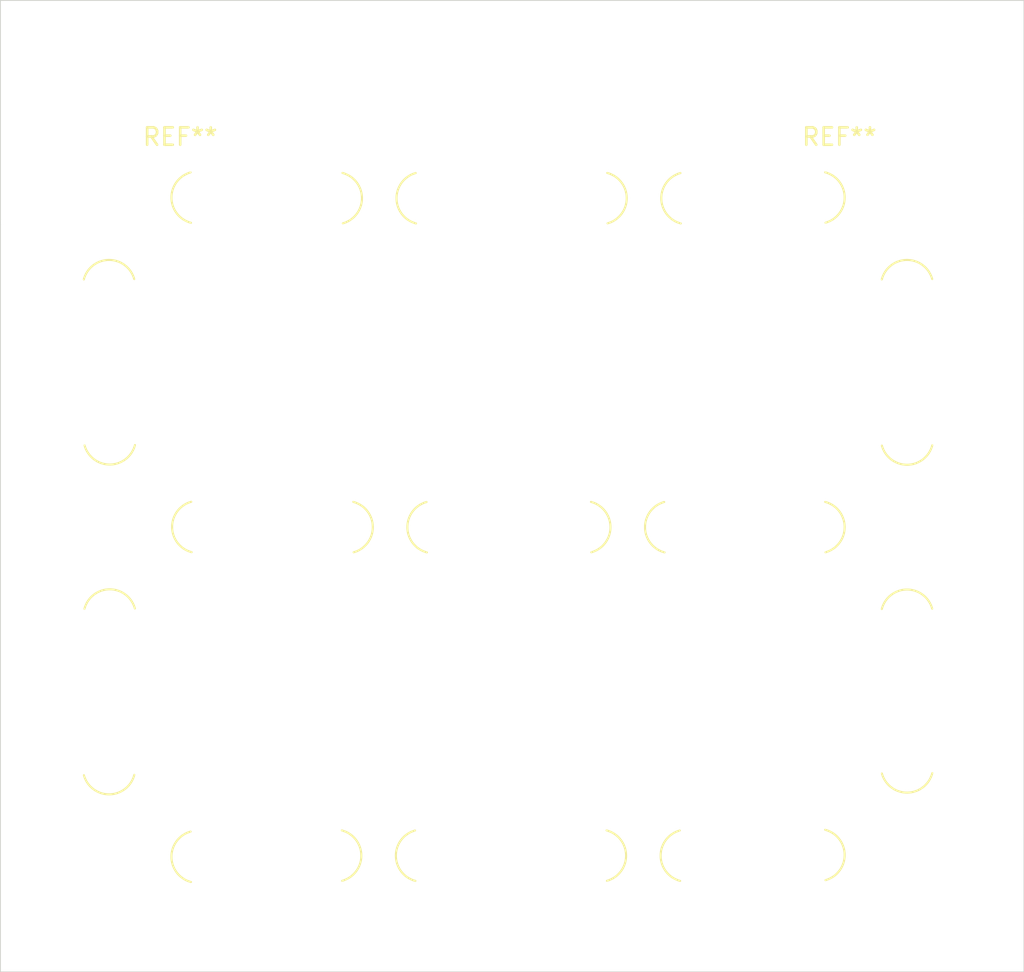
<source format=kicad_pcb>
(kicad_pcb (version 20171130) (host pcbnew "(5.1.9)-1")

  (general
    (thickness 1.6)
    (drawings 46)
    (tracks 0)
    (zones 0)
    (modules 44)
    (nets 1)
  )

  (page A4)
  (layers
    (0 F.Cu signal)
    (31 B.Cu signal)
    (32 B.Adhes user)
    (33 F.Adhes user)
    (34 B.Paste user)
    (35 F.Paste user)
    (36 B.SilkS user)
    (37 F.SilkS user)
    (38 B.Mask user)
    (39 F.Mask user)
    (40 Dwgs.User user)
    (41 Cmts.User user)
    (42 Eco1.User user)
    (43 Eco2.User user)
    (44 Edge.Cuts user)
    (45 Margin user)
    (46 B.CrtYd user)
    (47 F.CrtYd user)
    (48 B.Fab user)
    (49 F.Fab user)
  )

  (setup
    (last_trace_width 0.25)
    (user_trace_width 0.1524)
    (user_trace_width 0.2032)
    (user_trace_width 0.3048)
    (user_trace_width 0.4572)
    (user_trace_width 0.1524)
    (user_trace_width 0.2032)
    (user_trace_width 0.3048)
    (user_trace_width 0.4572)
    (trace_clearance 0.2)
    (zone_clearance 0.508)
    (zone_45_only no)
    (trace_min 0.127)
    (via_size 0.8)
    (via_drill 0.4)
    (via_min_size 0.45)
    (via_min_drill 0.2)
    (user_via 0.45 0.2)
    (user_via 0.45 0.2)
    (uvia_size 0.3)
    (uvia_drill 0.1)
    (uvias_allowed no)
    (uvia_min_size 0.2)
    (uvia_min_drill 0.1)
    (edge_width 0.05)
    (segment_width 0.2)
    (pcb_text_width 0.3)
    (pcb_text_size 1.5 1.5)
    (mod_edge_width 0.12)
    (mod_text_size 1 1)
    (mod_text_width 0.15)
    (pad_size 0.59 0.64)
    (pad_drill 0)
    (pad_to_mask_clearance 0.051)
    (solder_mask_min_width 0.25)
    (aux_axis_origin 147.6375 82.042)
    (grid_origin 147.6375 80.137)
    (visible_elements 7FFFFF9F)
    (pcbplotparams
      (layerselection 0x310fc_ffffffff)
      (usegerberextensions false)
      (usegerberattributes false)
      (usegerberadvancedattributes false)
      (creategerberjobfile false)
      (excludeedgelayer true)
      (linewidth 0.100000)
      (plotframeref false)
      (viasonmask false)
      (mode 1)
      (useauxorigin false)
      (hpglpennumber 1)
      (hpglpenspeed 20)
      (hpglpendiameter 15.000000)
      (psnegative false)
      (psa4output false)
      (plotreference true)
      (plotvalue true)
      (plotinvisibletext false)
      (padsonsilk false)
      (subtractmaskfromsilk false)
      (outputformat 1)
      (mirror false)
      (drillshape 0)
      (scaleselection 1)
      (outputdirectory "gerbers"))
  )

  (net 0 "")

  (net_class Default "This is the default net class."
    (clearance 0.2)
    (trace_width 0.25)
    (via_dia 0.8)
    (via_drill 0.4)
    (uvia_dia 0.3)
    (uvia_drill 0.1)
  )

  (module Panelization:0.5mm-NPTH-Drill (layer F.Cu) (tedit 5E4C20B0) (tstamp 609FA6AA)
    (at 158.3375 97.137 180)
    (fp_text reference REF** (at 0 1) (layer F.SilkS) hide
      (effects (font (size 1 1) (thickness 0.15)))
    )
    (fp_text value 0.5mm-NPTH-Drill (at 0 -1) (layer F.Fab) hide
      (effects (font (size 1 1) (thickness 0.15)))
    )
    (pad "" np_thru_hole circle (at 0 0 180) (size 0.5 0.5) (drill 0.5) (layers *.Cu *.Mask))
  )

  (module Panelization:0.5mm-NPTH-Drill (layer F.Cu) (tedit 5E4C20B0) (tstamp 609FA6A6)
    (at 157.6375 97.137 180)
    (fp_text reference REF** (at 0 1) (layer F.SilkS) hide
      (effects (font (size 1 1) (thickness 0.15)))
    )
    (fp_text value 0.5mm-NPTH-Drill (at 0 -1) (layer F.Fab) hide
      (effects (font (size 1 1) (thickness 0.15)))
    )
    (pad "" np_thru_hole circle (at 0 0 180) (size 0.5 0.5) (drill 0.5) (layers *.Cu *.Mask))
  )

  (module Panelization:0.5mm-NPTH-Drill (layer F.Cu) (tedit 5E4C20B0) (tstamp 609FA6B6)
    (at 154.9375 97.137 180)
    (fp_text reference REF** (at 0 1) (layer F.SilkS) hide
      (effects (font (size 1 1) (thickness 0.15)))
    )
    (fp_text value 0.5mm-NPTH-Drill (at 0 -1) (layer F.Fab) hide
      (effects (font (size 1 1) (thickness 0.15)))
    )
    (pad "" np_thru_hole circle (at 0 0 180) (size 0.5 0.5) (drill 0.5) (layers *.Cu *.Mask))
  )

  (module Panelization:0.5mm-NPTH-Drill (layer F.Cu) (tedit 5E4C20B0) (tstamp 609FA6B2)
    (at 156.3 97.1 180)
    (fp_text reference REF** (at 0 1) (layer F.SilkS) hide
      (effects (font (size 1 1) (thickness 0.15)))
    )
    (fp_text value 0.5mm-NPTH-Drill (at 0 -1) (layer F.Fab) hide
      (effects (font (size 1 1) (thickness 0.15)))
    )
    (pad "" np_thru_hole circle (at 0 0 180) (size 0.5 0.5) (drill 0.5) (layers *.Cu *.Mask))
  )

  (module Panelization:0.5mm-NPTH-Drill (layer F.Cu) (tedit 5E4C20B0) (tstamp 609FA6AE)
    (at 157 97.1 180)
    (fp_text reference REF** (at 0 1) (layer F.SilkS) hide
      (effects (font (size 1 1) (thickness 0.15)))
    )
    (fp_text value 0.5mm-NPTH-Drill (at 0 -1) (layer F.Fab) hide
      (effects (font (size 1 1) (thickness 0.15)))
    )
    (pad "" np_thru_hole circle (at 0 0 180) (size 0.5 0.5) (drill 0.5) (layers *.Cu *.Mask))
  )

  (module Panelization:0.5mm-NPTH-Drill (layer F.Cu) (tedit 5E4C20B0) (tstamp 609FA6AA)
    (at 154.2375 97.137 180)
    (fp_text reference REF** (at 0 1) (layer F.SilkS) hide
      (effects (font (size 1 1) (thickness 0.15)))
    )
    (fp_text value 0.5mm-NPTH-Drill (at 0 -1) (layer F.Fab) hide
      (effects (font (size 1 1) (thickness 0.15)))
    )
    (pad "" np_thru_hole circle (at 0 0 180) (size 0.5 0.5) (drill 0.5) (layers *.Cu *.Mask))
  )

  (module Panelization:0.5mm-NPTH-Drill (layer F.Cu) (tedit 5E4C20B0) (tstamp 609FA6A6)
    (at 153.5375 97.137 180)
    (fp_text reference REF** (at 0 1) (layer F.SilkS) hide
      (effects (font (size 1 1) (thickness 0.15)))
    )
    (fp_text value 0.5mm-NPTH-Drill (at 0 -1) (layer F.Fab) hide
      (effects (font (size 1 1) (thickness 0.15)))
    )
    (pad "" np_thru_hole circle (at 0 0 180) (size 0.5 0.5) (drill 0.5) (layers *.Cu *.Mask))
  )

  (module Panelization:0.5mm-NPTH-Drill (layer F.Cu) (tedit 5E4C20B0) (tstamp 609FA6A2)
    (at 155.6 97.1 180)
    (fp_text reference REF** (at 0 1) (layer F.SilkS) hide
      (effects (font (size 1 1) (thickness 0.15)))
    )
    (fp_text value 0.5mm-NPTH-Drill (at 0 -1) (layer F.Fab) hide
      (effects (font (size 1 1) (thickness 0.15)))
    )
    (pad "" np_thru_hole circle (at 0 0 180) (size 0.5 0.5) (drill 0.5) (layers *.Cu *.Mask))
  )

  (module Panelization:0.5mm-NPTH-Drill (layer F.Cu) (tedit 5E4C20B0) (tstamp 609FA6AA)
    (at 158.3375 61.737 180)
    (fp_text reference REF** (at 0 1) (layer F.SilkS) hide
      (effects (font (size 1 1) (thickness 0.15)))
    )
    (fp_text value 0.5mm-NPTH-Drill (at 0 -1) (layer F.Fab) hide
      (effects (font (size 1 1) (thickness 0.15)))
    )
    (pad "" np_thru_hole circle (at 0 0 180) (size 0.5 0.5) (drill 0.5) (layers *.Cu *.Mask))
  )

  (module Panelization:0.5mm-NPTH-Drill (layer F.Cu) (tedit 5E4C20B0) (tstamp 609FA6A6)
    (at 157.6375 61.737 180)
    (fp_text reference REF** (at 0 1) (layer F.SilkS) hide
      (effects (font (size 1 1) (thickness 0.15)))
    )
    (fp_text value 0.5mm-NPTH-Drill (at 0 -1) (layer F.Fab) hide
      (effects (font (size 1 1) (thickness 0.15)))
    )
    (pad "" np_thru_hole circle (at 0 0 180) (size 0.5 0.5) (drill 0.5) (layers *.Cu *.Mask))
  )

  (module Panelization:0.5mm-NPTH-Drill (layer F.Cu) (tedit 5E4C20B0) (tstamp 609FA6B6)
    (at 154.9375 61.837 180)
    (fp_text reference REF** (at 0 1) (layer F.SilkS) hide
      (effects (font (size 1 1) (thickness 0.15)))
    )
    (fp_text value 0.5mm-NPTH-Drill (at 0 -1) (layer F.Fab) hide
      (effects (font (size 1 1) (thickness 0.15)))
    )
    (pad "" np_thru_hole circle (at 0 0 180) (size 0.5 0.5) (drill 0.5) (layers *.Cu *.Mask))
  )

  (module Panelization:0.5mm-NPTH-Drill (layer F.Cu) (tedit 5E4C20B0) (tstamp 609FA6B2)
    (at 156.3 61.8 180)
    (fp_text reference REF** (at 0 1) (layer F.SilkS) hide
      (effects (font (size 1 1) (thickness 0.15)))
    )
    (fp_text value 0.5mm-NPTH-Drill (at 0 -1) (layer F.Fab) hide
      (effects (font (size 1 1) (thickness 0.15)))
    )
    (pad "" np_thru_hole circle (at 0 0 180) (size 0.5 0.5) (drill 0.5) (layers *.Cu *.Mask))
  )

  (module Panelization:0.5mm-NPTH-Drill (layer F.Cu) (tedit 5E4C20B0) (tstamp 609FA6AE)
    (at 157 61.8 180)
    (fp_text reference REF** (at 0 1) (layer F.SilkS) hide
      (effects (font (size 1 1) (thickness 0.15)))
    )
    (fp_text value 0.5mm-NPTH-Drill (at 0 -1) (layer F.Fab) hide
      (effects (font (size 1 1) (thickness 0.15)))
    )
    (pad "" np_thru_hole circle (at 0 0 180) (size 0.5 0.5) (drill 0.5) (layers *.Cu *.Mask))
  )

  (module Panelization:0.5mm-NPTH-Drill (layer F.Cu) (tedit 5E4C20B0) (tstamp 609FA6AA)
    (at 154.2375 61.837 180)
    (fp_text reference REF** (at 0 1) (layer F.SilkS) hide
      (effects (font (size 1 1) (thickness 0.15)))
    )
    (fp_text value 0.5mm-NPTH-Drill (at 0 -1) (layer F.Fab) hide
      (effects (font (size 1 1) (thickness 0.15)))
    )
    (pad "" np_thru_hole circle (at 0 0 180) (size 0.5 0.5) (drill 0.5) (layers *.Cu *.Mask))
  )

  (module Panelization:0.5mm-NPTH-Drill (layer F.Cu) (tedit 5E4C20B0) (tstamp 609FA6A6)
    (at 153.5375 61.837 180)
    (fp_text reference REF** (at 0 1) (layer F.SilkS) hide
      (effects (font (size 1 1) (thickness 0.15)))
    )
    (fp_text value 0.5mm-NPTH-Drill (at 0 -1) (layer F.Fab) hide
      (effects (font (size 1 1) (thickness 0.15)))
    )
    (pad "" np_thru_hole circle (at 0 0 180) (size 0.5 0.5) (drill 0.5) (layers *.Cu *.Mask))
  )

  (module Panelization:0.5mm-NPTH-Drill (layer F.Cu) (tedit 5E4C20B0) (tstamp 609FA6A2)
    (at 155.6 61.8 180)
    (fp_text reference REF** (at 0 1) (layer F.SilkS) hide
      (effects (font (size 1 1) (thickness 0.15)))
    )
    (fp_text value 0.5mm-NPTH-Drill (at 0 -1) (layer F.Fab) hide
      (effects (font (size 1 1) (thickness 0.15)))
    )
    (pad "" np_thru_hole circle (at 0 0 180) (size 0.5 0.5) (drill 0.5) (layers *.Cu *.Mask))
  )

  (module Panelization:0.5mm-NPTH-Drill (layer F.Cu) (tedit 5E4C20B0) (tstamp 609FA6A6)
    (at 100.2375 97.237)
    (fp_text reference REF** (at 0 1) (layer F.SilkS) hide
      (effects (font (size 1 1) (thickness 0.15)))
    )
    (fp_text value 0.5mm-NPTH-Drill (at 0 -1) (layer F.Fab) hide
      (effects (font (size 1 1) (thickness 0.15)))
    )
    (pad "" np_thru_hole circle (at 0 0) (size 0.5 0.5) (drill 0.5) (layers *.Cu *.Mask))
  )

  (module Panelization:0.5mm-NPTH-Drill (layer F.Cu) (tedit 5E4C20B0) (tstamp 609FA6B6)
    (at 102.9375 97.237)
    (fp_text reference REF** (at 0 1) (layer F.SilkS) hide
      (effects (font (size 1 1) (thickness 0.15)))
    )
    (fp_text value 0.5mm-NPTH-Drill (at 0 -1) (layer F.Fab) hide
      (effects (font (size 1 1) (thickness 0.15)))
    )
    (pad "" np_thru_hole circle (at 0 0) (size 0.5 0.5) (drill 0.5) (layers *.Cu *.Mask))
  )

  (module Panelization:0.5mm-NPTH-Drill (layer F.Cu) (tedit 5E4C20B0) (tstamp 609FA6B2)
    (at 101.575 97.274)
    (fp_text reference REF** (at 0 1) (layer F.SilkS) hide
      (effects (font (size 1 1) (thickness 0.15)))
    )
    (fp_text value 0.5mm-NPTH-Drill (at 0 -1) (layer F.Fab) hide
      (effects (font (size 1 1) (thickness 0.15)))
    )
    (pad "" np_thru_hole circle (at 0 0) (size 0.5 0.5) (drill 0.5) (layers *.Cu *.Mask))
  )

  (module Panelization:0.5mm-NPTH-Drill (layer F.Cu) (tedit 5E4C20B0) (tstamp 609FA6AE)
    (at 100.875 97.274)
    (fp_text reference REF** (at 0 1) (layer F.SilkS) hide
      (effects (font (size 1 1) (thickness 0.15)))
    )
    (fp_text value 0.5mm-NPTH-Drill (at 0 -1) (layer F.Fab) hide
      (effects (font (size 1 1) (thickness 0.15)))
    )
    (pad "" np_thru_hole circle (at 0 0) (size 0.5 0.5) (drill 0.5) (layers *.Cu *.Mask))
  )

  (module Panelization:0.5mm-NPTH-Drill (layer F.Cu) (tedit 5E4C20B0) (tstamp 609FA6AA)
    (at 103.6375 97.237)
    (fp_text reference REF** (at 0 1) (layer F.SilkS) hide
      (effects (font (size 1 1) (thickness 0.15)))
    )
    (fp_text value 0.5mm-NPTH-Drill (at 0 -1) (layer F.Fab) hide
      (effects (font (size 1 1) (thickness 0.15)))
    )
    (pad "" np_thru_hole circle (at 0 0) (size 0.5 0.5) (drill 0.5) (layers *.Cu *.Mask))
  )

  (module Panelization:0.5mm-NPTH-Drill (layer F.Cu) (tedit 5E4C20B0) (tstamp 609FA6A6)
    (at 104.3375 97.237)
    (fp_text reference REF** (at 0 1) (layer F.SilkS) hide
      (effects (font (size 1 1) (thickness 0.15)))
    )
    (fp_text value 0.5mm-NPTH-Drill (at 0 -1) (layer F.Fab) hide
      (effects (font (size 1 1) (thickness 0.15)))
    )
    (pad "" np_thru_hole circle (at 0 0) (size 0.5 0.5) (drill 0.5) (layers *.Cu *.Mask))
  )

  (module Panelization:0.5mm-NPTH-Drill (layer F.Cu) (tedit 5E4C20B0) (tstamp 609FA6A2)
    (at 102.275 97.274)
    (fp_text reference REF** (at 0 1) (layer F.SilkS) hide
      (effects (font (size 1 1) (thickness 0.15)))
    )
    (fp_text value 0.5mm-NPTH-Drill (at 0 -1) (layer F.Fab) hide
      (effects (font (size 1 1) (thickness 0.15)))
    )
    (pad "" np_thru_hole circle (at 0 0) (size 0.5 0.5) (drill 0.5) (layers *.Cu *.Mask))
  )

  (module Panelization:0.5mm-NPTH-Drill (layer F.Cu) (tedit 5E4C20B0) (tstamp 609FA6A1)
    (at 100 61.9)
    (fp_text reference REF** (at 0 1) (layer F.SilkS) hide
      (effects (font (size 1 1) (thickness 0.15)))
    )
    (fp_text value 0.5mm-NPTH-Drill (at 0 -1) (layer F.Fab) hide
      (effects (font (size 1 1) (thickness 0.15)))
    )
    (pad "" np_thru_hole circle (at 0 0) (size 0.5 0.5) (drill 0.5) (layers *.Cu *.Mask))
  )

  (module Panelization:0.5mm-NPTH-Drill (layer F.Cu) (tedit 5E4C20B0) (tstamp 609FA676)
    (at 100.7375 61.837)
    (fp_text reference REF** (at 0 1) (layer F.SilkS) hide
      (effects (font (size 1 1) (thickness 0.15)))
    )
    (fp_text value 0.5mm-NPTH-Drill (at 0 -1) (layer F.Fab) hide
      (effects (font (size 1 1) (thickness 0.15)))
    )
    (pad "" np_thru_hole circle (at 0 0) (size 0.5 0.5) (drill 0.5) (layers *.Cu *.Mask))
  )

  (module Panelization:0.5mm-NPTH-Drill (layer F.Cu) (tedit 5E4C20B0) (tstamp 609FA672)
    (at 101.4375 61.837)
    (fp_text reference REF** (at 0 1) (layer F.SilkS) hide
      (effects (font (size 1 1) (thickness 0.15)))
    )
    (fp_text value 0.5mm-NPTH-Drill (at 0 -1) (layer F.Fab) hide
      (effects (font (size 1 1) (thickness 0.15)))
    )
    (pad "" np_thru_hole circle (at 0 0) (size 0.5 0.5) (drill 0.5) (layers *.Cu *.Mask))
  )

  (module Panelization:0.5mm-NPTH-Drill (layer F.Cu) (tedit 5E4C20B0) (tstamp 609FA66E)
    (at 102.1375 61.837)
    (fp_text reference REF** (at 0 1) (layer F.SilkS) hide
      (effects (font (size 1 1) (thickness 0.15)))
    )
    (fp_text value 0.5mm-NPTH-Drill (at 0 -1) (layer F.Fab) hide
      (effects (font (size 1 1) (thickness 0.15)))
    )
    (pad "" np_thru_hole circle (at 0 0) (size 0.5 0.5) (drill 0.5) (layers *.Cu *.Mask))
  )

  (module Panelization:0.5mm-NPTH-Drill (layer F.Cu) (tedit 5E4C20B0) (tstamp 609FA66D)
    (at 102.8 61.8)
    (fp_text reference REF** (at 0 1) (layer F.SilkS) hide
      (effects (font (size 1 1) (thickness 0.15)))
    )
    (fp_text value 0.5mm-NPTH-Drill (at 0 -1) (layer F.Fab) hide
      (effects (font (size 1 1) (thickness 0.15)))
    )
    (pad "" np_thru_hole circle (at 0 0) (size 0.5 0.5) (drill 0.5) (layers *.Cu *.Mask))
  )

  (module Panelization:0.5mm-NPTH-Drill (layer F.Cu) (tedit 5E4C20B0) (tstamp 609FA658)
    (at 103.5 61.8)
    (fp_text reference REF** (at 0 1) (layer F.SilkS) hide
      (effects (font (size 1 1) (thickness 0.15)))
    )
    (fp_text value 0.5mm-NPTH-Drill (at 0 -1) (layer F.Fab) hide
      (effects (font (size 1 1) (thickness 0.15)))
    )
    (pad "" np_thru_hole circle (at 0 0) (size 0.5 0.5) (drill 0.5) (layers *.Cu *.Mask))
  )

  (module Panelization:0.5mm-NPTH-Drill (layer F.Cu) (tedit 5E4C20B0) (tstamp 609FA643)
    (at 104.2 61.8)
    (fp_text reference REF** (at 0 1) (layer F.SilkS) hide
      (effects (font (size 1 1) (thickness 0.15)))
    )
    (fp_text value 0.5mm-NPTH-Drill (at 0 -1) (layer F.Fab) hide
      (effects (font (size 1 1) (thickness 0.15)))
    )
    (pad "" np_thru_hole circle (at 0 0) (size 0.5 0.5) (drill 0.5) (layers *.Cu *.Mask))
  )

  (module Panelization:4MM_Stencil_Hole (layer F.Cu) (tedit 5E225826) (tstamp 609FA5AF)
    (at 148 54)
    (fp_text reference REF** (at 0 3) (layer F.SilkS)
      (effects (font (size 1 1) (thickness 0.15)))
    )
    (fp_text value 4MM_Stencil_Hole (at 0 -3) (layer F.Fab)
      (effects (font (size 1 1) (thickness 0.15)))
    )
    (pad "" np_thru_hole circle (at 0 0) (size 4 4) (drill 4) (layers *.Cu *.Paste *.Mask))
  )

  (module Panelization:4MM_Stencil_Hole (layer F.Cu) (tedit 5E225826) (tstamp 609FA59A)
    (at 110 54)
    (fp_text reference REF** (at 0 3) (layer F.SilkS)
      (effects (font (size 1 1) (thickness 0.15)))
    )
    (fp_text value 4MM_Stencil_Hole (at 0 -3) (layer F.Fab)
      (effects (font (size 1 1) (thickness 0.15)))
    )
    (pad "" np_thru_hole circle (at 0 0) (size 4 4) (drill 4) (layers *.Cu *.Paste *.Mask))
  )

  (module Panelization:mouse-bite-3mm-slot-corner (layer F.Cu) (tedit 5F538C46) (tstamp 609FA50F)
    (at 105.9 98.5)
    (fp_text reference mouse-bite-3mm-slot-corner (at 0 -7.6) (layer F.SilkS) hide
      (effects (font (size 1 1) (thickness 0.2)))
    )
    (fp_text value VAL** (at 0 3.2) (layer F.SilkS) hide
      (effects (font (size 1 1) (thickness 0.2)))
    )
    (fp_arc (start 5.1 0) (end 4.7 -1.45) (angle -150) (layer F.SilkS) (width 0.12))
    (fp_arc (start 0 -5.1) (end -1.45 -4.7) (angle -150) (layer F.SilkS) (width 0.12))
    (fp_line (start 5.11 0) (end 5.1 0) (layer Eco1.User) (width 3))
    (fp_line (start 0 -5.11) (end 0 -5.1) (layer Eco1.User) (width 3))
    (pad "" np_thru_hole circle (at 2.65 -1.3) (size 0.5 0.5) (drill 0.5) (layers *.Cu *.Mask))
    (pad "" np_thru_hole circle (at 3.4 -1.3) (size 0.5 0.5) (drill 0.5) (layers *.Cu *.Mask))
    (pad "" np_thru_hole circle (at 1.9 -1.3) (size 0.5 0.5) (drill 0.5) (layers *.Cu *.Mask))
    (pad "" np_thru_hole circle (at 1.3 -3.4 90) (size 0.5 0.5) (drill 0.5) (layers *.Cu *.Mask))
    (pad "" np_thru_hole circle (at 1.3 -1.9 90) (size 0.5 0.5) (drill 0.5) (layers *.Cu *.Mask))
    (pad "" np_thru_hole circle (at 1.3 -2.65 90) (size 0.5 0.5) (drill 0.5) (layers *.Cu *.Mask))
    (pad "" np_thru_hole circle (at 0.55 -1.3) (size 0.5 0.5) (drill 0.5) (layers *.Cu *.Mask))
    (pad "" np_thru_hole circle (at -0.95 -1.3) (size 0.5 0.5) (drill 0.5) (layers *.Cu *.Mask))
    (pad "" np_thru_hole circle (at -0.2 -1.3) (size 0.5 0.5) (drill 0.5) (layers *.Cu *.Mask))
    (pad "" np_thru_hole circle (at 1.3 0.95 90) (size 0.5 0.5) (drill 0.5) (layers *.Cu *.Mask))
    (pad "" np_thru_hole circle (at 1.3 -0.55 90) (size 0.5 0.5) (drill 0.5) (layers *.Cu *.Mask))
    (pad "" np_thru_hole circle (at 1.3 0.2 90) (size 0.5 0.5) (drill 0.5) (layers *.Cu *.Mask))
  )

  (module Panelization:mouse-bite-3mm-slot-corner (layer F.Cu) (tedit 5F538C46) (tstamp 609FA4AF)
    (at 151.9 98.4 90)
    (fp_text reference mouse-bite-3mm-slot-corner (at 0 -7.6 90) (layer F.SilkS) hide
      (effects (font (size 1 1) (thickness 0.2)))
    )
    (fp_text value VAL** (at 0 3.2 90) (layer F.SilkS) hide
      (effects (font (size 1 1) (thickness 0.2)))
    )
    (fp_arc (start 5.1 0) (end 4.7 -1.45) (angle -150) (layer F.SilkS) (width 0.12))
    (fp_arc (start 0 -5.1) (end -1.45 -4.7) (angle -150) (layer F.SilkS) (width 0.12))
    (fp_line (start 5.11 0) (end 5.1 0) (layer Eco1.User) (width 3))
    (fp_line (start 0 -5.11) (end 0 -5.1) (layer Eco1.User) (width 3))
    (pad "" np_thru_hole circle (at 2.65 -1.3 90) (size 0.5 0.5) (drill 0.5) (layers *.Cu *.Mask))
    (pad "" np_thru_hole circle (at 3.4 -1.3 90) (size 0.5 0.5) (drill 0.5) (layers *.Cu *.Mask))
    (pad "" np_thru_hole circle (at 1.9 -1.3 90) (size 0.5 0.5) (drill 0.5) (layers *.Cu *.Mask))
    (pad "" np_thru_hole circle (at 1.3 -3.4 180) (size 0.5 0.5) (drill 0.5) (layers *.Cu *.Mask))
    (pad "" np_thru_hole circle (at 1.3 -1.9 180) (size 0.5 0.5) (drill 0.5) (layers *.Cu *.Mask))
    (pad "" np_thru_hole circle (at 1.3 -2.65 180) (size 0.5 0.5) (drill 0.5) (layers *.Cu *.Mask))
    (pad "" np_thru_hole circle (at 0.55 -1.3 90) (size 0.5 0.5) (drill 0.5) (layers *.Cu *.Mask))
    (pad "" np_thru_hole circle (at -0.95 -1.3 90) (size 0.5 0.5) (drill 0.5) (layers *.Cu *.Mask))
    (pad "" np_thru_hole circle (at -0.2 -1.3 90) (size 0.5 0.5) (drill 0.5) (layers *.Cu *.Mask))
    (pad "" np_thru_hole circle (at 1.3 0.95 180) (size 0.5 0.5) (drill 0.5) (layers *.Cu *.Mask))
    (pad "" np_thru_hole circle (at 1.3 -0.55 180) (size 0.5 0.5) (drill 0.5) (layers *.Cu *.Mask))
    (pad "" np_thru_hole circle (at 1.3 0.2 180) (size 0.5 0.5) (drill 0.5) (layers *.Cu *.Mask))
  )

  (module Panelization:mouse-bite-3mm-slot-corner (layer F.Cu) (tedit 5F538C46) (tstamp 609FA44F)
    (at 151.9 60.5 180)
    (fp_text reference mouse-bite-3mm-slot-corner (at 0 -7.6) (layer F.SilkS) hide
      (effects (font (size 1 1) (thickness 0.2)))
    )
    (fp_text value VAL** (at 0 3.2) (layer F.SilkS) hide
      (effects (font (size 1 1) (thickness 0.2)))
    )
    (fp_arc (start 5.1 0) (end 4.7 -1.45) (angle -150) (layer F.SilkS) (width 0.12))
    (fp_arc (start 0 -5.1) (end -1.45 -4.7) (angle -150) (layer F.SilkS) (width 0.12))
    (fp_line (start 5.11 0) (end 5.1 0) (layer Eco1.User) (width 3))
    (fp_line (start 0 -5.11) (end 0 -5.1) (layer Eco1.User) (width 3))
    (pad "" np_thru_hole circle (at 2.65 -1.3 180) (size 0.5 0.5) (drill 0.5) (layers *.Cu *.Mask))
    (pad "" np_thru_hole circle (at 3.4 -1.3 180) (size 0.5 0.5) (drill 0.5) (layers *.Cu *.Mask))
    (pad "" np_thru_hole circle (at 1.9 -1.3 180) (size 0.5 0.5) (drill 0.5) (layers *.Cu *.Mask))
    (pad "" np_thru_hole circle (at 1.3 -3.4 270) (size 0.5 0.5) (drill 0.5) (layers *.Cu *.Mask))
    (pad "" np_thru_hole circle (at 1.3 -1.9 270) (size 0.5 0.5) (drill 0.5) (layers *.Cu *.Mask))
    (pad "" np_thru_hole circle (at 1.3 -2.65 270) (size 0.5 0.5) (drill 0.5) (layers *.Cu *.Mask))
    (pad "" np_thru_hole circle (at 0.55 -1.3 180) (size 0.5 0.5) (drill 0.5) (layers *.Cu *.Mask))
    (pad "" np_thru_hole circle (at -0.95 -1.3 180) (size 0.5 0.5) (drill 0.5) (layers *.Cu *.Mask))
    (pad "" np_thru_hole circle (at -0.2 -1.3 180) (size 0.5 0.5) (drill 0.5) (layers *.Cu *.Mask))
    (pad "" np_thru_hole circle (at 1.3 0.95 270) (size 0.5 0.5) (drill 0.5) (layers *.Cu *.Mask))
    (pad "" np_thru_hole circle (at 1.3 -0.55 270) (size 0.5 0.5) (drill 0.5) (layers *.Cu *.Mask))
    (pad "" np_thru_hole circle (at 1.3 0.2 270) (size 0.5 0.5) (drill 0.5) (layers *.Cu *.Mask))
  )

  (module Panelization:mouse-bite-3mm-slot-corner (layer F.Cu) (tedit 5F538C46) (tstamp 609FA3EF)
    (at 105.9 60.5 270)
    (fp_text reference mouse-bite-3mm-slot-corner (at 0 -7.6 90) (layer F.SilkS) hide
      (effects (font (size 1 1) (thickness 0.2)))
    )
    (fp_text value VAL** (at 0 3.2 90) (layer F.SilkS) hide
      (effects (font (size 1 1) (thickness 0.2)))
    )
    (fp_arc (start 5.1 0) (end 4.7 -1.45) (angle -150) (layer F.SilkS) (width 0.12))
    (fp_arc (start 0 -5.1) (end -1.45 -4.7) (angle -150) (layer F.SilkS) (width 0.12))
    (fp_line (start 5.11 0) (end 5.1 0) (layer Eco1.User) (width 3))
    (fp_line (start 0 -5.11) (end 0 -5.1) (layer Eco1.User) (width 3))
    (pad "" np_thru_hole circle (at 2.65 -1.3 270) (size 0.5 0.5) (drill 0.5) (layers *.Cu *.Mask))
    (pad "" np_thru_hole circle (at 3.4 -1.3 270) (size 0.5 0.5) (drill 0.5) (layers *.Cu *.Mask))
    (pad "" np_thru_hole circle (at 1.9 -1.3 270) (size 0.5 0.5) (drill 0.5) (layers *.Cu *.Mask))
    (pad "" np_thru_hole circle (at 1.3 -3.4) (size 0.5 0.5) (drill 0.5) (layers *.Cu *.Mask))
    (pad "" np_thru_hole circle (at 1.3 -1.9) (size 0.5 0.5) (drill 0.5) (layers *.Cu *.Mask))
    (pad "" np_thru_hole circle (at 1.3 -2.65) (size 0.5 0.5) (drill 0.5) (layers *.Cu *.Mask))
    (pad "" np_thru_hole circle (at 0.55 -1.3 270) (size 0.5 0.5) (drill 0.5) (layers *.Cu *.Mask))
    (pad "" np_thru_hole circle (at -0.95 -1.3 270) (size 0.5 0.5) (drill 0.5) (layers *.Cu *.Mask))
    (pad "" np_thru_hole circle (at -0.2 -1.3 270) (size 0.5 0.5) (drill 0.5) (layers *.Cu *.Mask))
    (pad "" np_thru_hole circle (at 1.3 0.95) (size 0.5 0.5) (drill 0.5) (layers *.Cu *.Mask))
    (pad "" np_thru_hole circle (at 1.3 -0.55) (size 0.5 0.5) (drill 0.5) (layers *.Cu *.Mask))
    (pad "" np_thru_hole circle (at 1.3 0.2) (size 0.5 0.5) (drill 0.5) (layers *.Cu *.Mask))
  )

  (module Panelization:mouse-bite-3mm-slot (layer F.Cu) (tedit 5E4D5524) (tstamp 609FA31C)
    (at 121.475 60.537)
    (fp_text reference mouse-bite-3mm-slot (at 0 -2.35) (layer F.SilkS) hide
      (effects (font (size 1 1) (thickness 0.2)))
    )
    (fp_text value VAL** (at 0 2.3) (layer F.SilkS) hide
      (effects (font (size 1 1) (thickness 0.2)))
    )
    (fp_line (start -2.51 0) (end -2.5 0) (layer Eco1.User) (width 3))
    (fp_line (start 2.51 0) (end 2.5 0) (layer Eco1.User) (width 3))
    (fp_arc (start -2.5 0) (end -2.100001 1.449999) (angle -149.9569647) (layer F.SilkS) (width 0.12))
    (fp_arc (start 2.5 0) (end 2.100001 -1.449999) (angle -149.9569647) (layer F.SilkS) (width 0.12))
    (pad "" np_thru_hole circle (at 0 -1.3) (size 0.5 0.5) (drill 0.5) (layers *.Cu *.Mask))
    (pad "" np_thru_hole circle (at 0 1.3) (size 0.5 0.5) (drill 0.5) (layers *.Cu *.Mask))
    (pad "" np_thru_hole circle (at 0.75 -1.3) (size 0.5 0.5) (drill 0.5) (layers *.Cu *.Mask))
    (pad "" np_thru_hole circle (at -0.75 -1.3) (size 0.5 0.5) (drill 0.5) (layers *.Cu *.Mask))
    (pad "" np_thru_hole circle (at -0.75 1.3) (size 0.5 0.5) (drill 0.5) (layers *.Cu *.Mask))
    (pad "" np_thru_hole circle (at 0.75 1.3) (size 0.5 0.5) (drill 0.5) (layers *.Cu *.Mask))
  )

  (module Panelization:mouse-bite-3mm-slot (layer F.Cu) (tedit 5E4D5524) (tstamp 609FA30F)
    (at 136.7375 60.537)
    (fp_text reference mouse-bite-3mm-slot (at 0 -2.35) (layer F.SilkS) hide
      (effects (font (size 1 1) (thickness 0.2)))
    )
    (fp_text value VAL** (at 0 2.3) (layer F.SilkS) hide
      (effects (font (size 1 1) (thickness 0.2)))
    )
    (fp_line (start -2.51 0) (end -2.5 0) (layer Eco1.User) (width 3))
    (fp_line (start 2.51 0) (end 2.5 0) (layer Eco1.User) (width 3))
    (fp_arc (start -2.5 0) (end -2.100001 1.449999) (angle -149.9569647) (layer F.SilkS) (width 0.12))
    (fp_arc (start 2.5 0) (end 2.100001 -1.449999) (angle -149.9569647) (layer F.SilkS) (width 0.12))
    (pad "" np_thru_hole circle (at 0 -1.3) (size 0.5 0.5) (drill 0.5) (layers *.Cu *.Mask))
    (pad "" np_thru_hole circle (at 0 1.3) (size 0.5 0.5) (drill 0.5) (layers *.Cu *.Mask))
    (pad "" np_thru_hole circle (at 0.75 -1.3) (size 0.5 0.5) (drill 0.5) (layers *.Cu *.Mask))
    (pad "" np_thru_hole circle (at -0.75 -1.3) (size 0.5 0.5) (drill 0.5) (layers *.Cu *.Mask))
    (pad "" np_thru_hole circle (at -0.75 1.3) (size 0.5 0.5) (drill 0.5) (layers *.Cu *.Mask))
    (pad "" np_thru_hole circle (at 0.75 1.3) (size 0.5 0.5) (drill 0.5) (layers *.Cu *.Mask))
  )

  (module Panelization:mouse-bite-3mm-slot (layer F.Cu) (tedit 5E4D5524) (tstamp 609FA2D6)
    (at 136.7 98.437)
    (fp_text reference mouse-bite-3mm-slot (at 0 -2.35) (layer F.SilkS) hide
      (effects (font (size 1 1) (thickness 0.2)))
    )
    (fp_text value VAL** (at 0 2.3) (layer F.SilkS) hide
      (effects (font (size 1 1) (thickness 0.2)))
    )
    (fp_arc (start 2.5 0) (end 2.100001 -1.449999) (angle -149.9569647) (layer F.SilkS) (width 0.12))
    (fp_arc (start -2.5 0) (end -2.100001 1.449999) (angle -149.9569647) (layer F.SilkS) (width 0.12))
    (fp_line (start -2.51 0) (end -2.5 0) (layer Eco1.User) (width 3))
    (fp_line (start 2.51 0) (end 2.5 0) (layer Eco1.User) (width 3))
    (pad "" np_thru_hole circle (at 0.75 1.3) (size 0.5 0.5) (drill 0.5) (layers *.Cu *.Mask))
    (pad "" np_thru_hole circle (at -0.75 1.3) (size 0.5 0.5) (drill 0.5) (layers *.Cu *.Mask))
    (pad "" np_thru_hole circle (at -0.75 -1.3) (size 0.5 0.5) (drill 0.5) (layers *.Cu *.Mask))
    (pad "" np_thru_hole circle (at 0.75 -1.3) (size 0.5 0.5) (drill 0.5) (layers *.Cu *.Mask))
    (pad "" np_thru_hole circle (at 0 1.3) (size 0.5 0.5) (drill 0.5) (layers *.Cu *.Mask))
    (pad "" np_thru_hole circle (at 0 -1.3) (size 0.5 0.5) (drill 0.5) (layers *.Cu *.Mask))
  )

  (module Panelization:mouse-bite-3mm-slot (layer F.Cu) (tedit 5E4D5524) (tstamp 609FA278)
    (at 121.4375 98.437)
    (fp_text reference mouse-bite-3mm-slot (at 0 -2.35) (layer F.SilkS) hide
      (effects (font (size 1 1) (thickness 0.2)))
    )
    (fp_text value VAL** (at 0 2.3) (layer F.SilkS) hide
      (effects (font (size 1 1) (thickness 0.2)))
    )
    (fp_arc (start 2.5 0) (end 2.100001 -1.449999) (angle -149.9569647) (layer F.SilkS) (width 0.12))
    (fp_arc (start -2.5 0) (end -2.100001 1.449999) (angle -149.9569647) (layer F.SilkS) (width 0.12))
    (fp_line (start -2.51 0) (end -2.5 0) (layer Eco1.User) (width 3))
    (fp_line (start 2.51 0) (end 2.5 0) (layer Eco1.User) (width 3))
    (pad "" np_thru_hole circle (at 0.75 1.3) (size 0.5 0.5) (drill 0.5) (layers *.Cu *.Mask))
    (pad "" np_thru_hole circle (at -0.75 1.3) (size 0.5 0.5) (drill 0.5) (layers *.Cu *.Mask))
    (pad "" np_thru_hole circle (at -0.75 -1.3) (size 0.5 0.5) (drill 0.5) (layers *.Cu *.Mask))
    (pad "" np_thru_hole circle (at 0.75 -1.3) (size 0.5 0.5) (drill 0.5) (layers *.Cu *.Mask))
    (pad "" np_thru_hole circle (at 0 1.3) (size 0.5 0.5) (drill 0.5) (layers *.Cu *.Mask))
    (pad "" np_thru_hole circle (at 0 -1.3) (size 0.5 0.5) (drill 0.5) (layers *.Cu *.Mask))
  )

  (module Panelization:mouse-bite-3mm-slot (layer F.Cu) (tedit 5E4D5524) (tstamp 609FA236)
    (at 135.8 79.5)
    (fp_text reference mouse-bite-3mm-slot (at 0 -2.35) (layer F.SilkS) hide
      (effects (font (size 1 1) (thickness 0.2)))
    )
    (fp_text value VAL** (at 0 2.3) (layer F.SilkS) hide
      (effects (font (size 1 1) (thickness 0.2)))
    )
    (fp_arc (start 2.5 0) (end 2.100001 -1.449999) (angle -149.9569647) (layer F.SilkS) (width 0.12))
    (fp_arc (start -2.5 0) (end -2.100001 1.449999) (angle -149.9569647) (layer F.SilkS) (width 0.12))
    (fp_line (start -2.51 0) (end -2.5 0) (layer Eco1.User) (width 3))
    (fp_line (start 2.51 0) (end 2.5 0) (layer Eco1.User) (width 3))
    (pad "" np_thru_hole circle (at 0.75 1.3) (size 0.5 0.5) (drill 0.5) (layers *.Cu *.Mask))
    (pad "" np_thru_hole circle (at -0.75 1.3) (size 0.5 0.5) (drill 0.5) (layers *.Cu *.Mask))
    (pad "" np_thru_hole circle (at -0.75 -1.3) (size 0.5 0.5) (drill 0.5) (layers *.Cu *.Mask))
    (pad "" np_thru_hole circle (at 0.75 -1.3) (size 0.5 0.5) (drill 0.5) (layers *.Cu *.Mask))
    (pad "" np_thru_hole circle (at 0 1.3) (size 0.5 0.5) (drill 0.5) (layers *.Cu *.Mask))
    (pad "" np_thru_hole circle (at 0 -1.3) (size 0.5 0.5) (drill 0.5) (layers *.Cu *.Mask))
  )

  (module Panelization:mouse-bite-3mm-slot (layer F.Cu) (tedit 5E4D5524) (tstamp 609FA1F4)
    (at 122.1 79.5)
    (fp_text reference mouse-bite-3mm-slot (at 0 -2.35) (layer F.SilkS) hide
      (effects (font (size 1 1) (thickness 0.2)))
    )
    (fp_text value VAL** (at 0 2.3) (layer F.SilkS) hide
      (effects (font (size 1 1) (thickness 0.2)))
    )
    (fp_arc (start 2.5 0) (end 2.100001 -1.449999) (angle -149.9569647) (layer F.SilkS) (width 0.12))
    (fp_arc (start -2.5 0) (end -2.100001 1.449999) (angle -149.9569647) (layer F.SilkS) (width 0.12))
    (fp_line (start -2.51 0) (end -2.5 0) (layer Eco1.User) (width 3))
    (fp_line (start 2.51 0) (end 2.5 0) (layer Eco1.User) (width 3))
    (pad "" np_thru_hole circle (at 0.75 1.3) (size 0.5 0.5) (drill 0.5) (layers *.Cu *.Mask))
    (pad "" np_thru_hole circle (at -0.75 1.3) (size 0.5 0.5) (drill 0.5) (layers *.Cu *.Mask))
    (pad "" np_thru_hole circle (at -0.75 -1.3) (size 0.5 0.5) (drill 0.5) (layers *.Cu *.Mask))
    (pad "" np_thru_hole circle (at 0.75 -1.3) (size 0.5 0.5) (drill 0.5) (layers *.Cu *.Mask))
    (pad "" np_thru_hole circle (at 0 1.3) (size 0.5 0.5) (drill 0.5) (layers *.Cu *.Mask))
    (pad "" np_thru_hole circle (at 0 -1.3) (size 0.5 0.5) (drill 0.5) (layers *.Cu *.Mask))
  )

  (module Panelization:mouse-bite-3mm-slot-3way (layer F.Cu) (tedit 5F538FA7) (tstamp 609FA114)
    (at 151.9 79.5 180)
    (fp_text reference mouse-bite-3mm-slot-3way (at 0 -7.6) (layer F.SilkS) hide
      (effects (font (size 1 1) (thickness 0.2)))
    )
    (fp_text value VAL** (at 0 8) (layer F.SilkS) hide
      (effects (font (size 1 1) (thickness 0.2)))
    )
    (fp_arc (start 0 5.1) (end 1.45 4.7) (angle -150) (layer F.SilkS) (width 0.12))
    (fp_arc (start 0 -5.1) (end -1.45 -4.7) (angle -150) (layer F.SilkS) (width 0.12))
    (fp_arc (start 5.1 0) (end 4.7 -1.45) (angle -150) (layer F.SilkS) (width 0.12))
    (fp_line (start 0 5.1) (end 0 5.11) (layer Eco1.User) (width 3))
    (fp_line (start 0 -5.11) (end 0 -5.1) (layer Eco1.User) (width 3))
    (fp_line (start 5.11 0) (end 5.1 0) (layer Eco1.User) (width 3))
    (pad "" np_thru_hole circle (at 1.3 0 270) (size 0.5 0.5) (drill 0.5) (layers *.Cu *.Mask))
    (pad "" np_thru_hole circle (at 1.3 2.65 90) (size 0.5 0.5) (drill 0.5) (layers *.Cu *.Mask))
    (pad "" np_thru_hole circle (at 1.3 3.4 90) (size 0.5 0.5) (drill 0.5) (layers *.Cu *.Mask))
    (pad "" np_thru_hole circle (at 1.3 1.9 90) (size 0.5 0.5) (drill 0.5) (layers *.Cu *.Mask))
    (pad "" np_thru_hole circle (at 1.3 -2.65 270) (size 0.5 0.5) (drill 0.5) (layers *.Cu *.Mask))
    (pad "" np_thru_hole circle (at 1.3 -1.9 270) (size 0.5 0.5) (drill 0.5) (layers *.Cu *.Mask))
    (pad "" np_thru_hole circle (at 1.3 -3.4 270) (size 0.5 0.5) (drill 0.5) (layers *.Cu *.Mask))
    (pad "" np_thru_hole circle (at 3.4 1.3 180) (size 0.5 0.5) (drill 0.5) (layers *.Cu *.Mask))
    (pad "" np_thru_hole circle (at 1.9 1.3 180) (size 0.5 0.5) (drill 0.5) (layers *.Cu *.Mask))
    (pad "" np_thru_hole circle (at 1.9 -1.3 180) (size 0.5 0.5) (drill 0.5) (layers *.Cu *.Mask))
    (pad "" np_thru_hole circle (at 3.4 -1.3 180) (size 0.5 0.5) (drill 0.5) (layers *.Cu *.Mask))
    (pad "" np_thru_hole circle (at 2.65 1.3 180) (size 0.5 0.5) (drill 0.5) (layers *.Cu *.Mask))
    (pad "" np_thru_hole circle (at 2.65 -1.3 180) (size 0.5 0.5) (drill 0.5) (layers *.Cu *.Mask))
  )

  (module Panelization:mouse-bite-3mm-slot-3way (layer F.Cu) (tedit 5F538FA7) (tstamp 609F9F9E)
    (at 105.9375 79.487)
    (fp_text reference mouse-bite-3mm-slot-3way (at 0 -7.6) (layer F.SilkS) hide
      (effects (font (size 1 1) (thickness 0.2)))
    )
    (fp_text value VAL** (at 0 8) (layer F.SilkS) hide
      (effects (font (size 1 1) (thickness 0.2)))
    )
    (fp_arc (start 0 5.1) (end 1.45 4.7) (angle -150) (layer F.SilkS) (width 0.12))
    (fp_arc (start 0 -5.1) (end -1.45 -4.7) (angle -150) (layer F.SilkS) (width 0.12))
    (fp_arc (start 5.1 0) (end 4.7 -1.45) (angle -150) (layer F.SilkS) (width 0.12))
    (fp_line (start 0 5.1) (end 0 5.11) (layer Eco1.User) (width 3))
    (fp_line (start 0 -5.11) (end 0 -5.1) (layer Eco1.User) (width 3))
    (fp_line (start 5.11 0) (end 5.1 0) (layer Eco1.User) (width 3))
    (pad "" np_thru_hole circle (at 1.3 0 90) (size 0.5 0.5) (drill 0.5) (layers *.Cu *.Mask))
    (pad "" np_thru_hole circle (at 1.3 2.65 270) (size 0.5 0.5) (drill 0.5) (layers *.Cu *.Mask))
    (pad "" np_thru_hole circle (at 1.3 3.4 270) (size 0.5 0.5) (drill 0.5) (layers *.Cu *.Mask))
    (pad "" np_thru_hole circle (at 1.3 1.9 270) (size 0.5 0.5) (drill 0.5) (layers *.Cu *.Mask))
    (pad "" np_thru_hole circle (at 1.3 -2.65 90) (size 0.5 0.5) (drill 0.5) (layers *.Cu *.Mask))
    (pad "" np_thru_hole circle (at 1.3 -1.9 90) (size 0.5 0.5) (drill 0.5) (layers *.Cu *.Mask))
    (pad "" np_thru_hole circle (at 1.3 -3.4 90) (size 0.5 0.5) (drill 0.5) (layers *.Cu *.Mask))
    (pad "" np_thru_hole circle (at 3.4 1.3) (size 0.5 0.5) (drill 0.5) (layers *.Cu *.Mask))
    (pad "" np_thru_hole circle (at 1.9 1.3) (size 0.5 0.5) (drill 0.5) (layers *.Cu *.Mask))
    (pad "" np_thru_hole circle (at 1.9 -1.3) (size 0.5 0.5) (drill 0.5) (layers *.Cu *.Mask))
    (pad "" np_thru_hole circle (at 3.4 -1.3) (size 0.5 0.5) (drill 0.5) (layers *.Cu *.Mask))
    (pad "" np_thru_hole circle (at 2.65 1.3) (size 0.5 0.5) (drill 0.5) (layers *.Cu *.Mask))
    (pad "" np_thru_hole circle (at 2.65 -1.3) (size 0.5 0.5) (drill 0.5) (layers *.Cu *.Mask))
  )

  (gr_text "CUT HERE" (at 143 98.5) (layer Cmts.User) (tstamp 609FA520)
    (effects (font (size 1 1) (thickness 0.15)))
  )
  (gr_text "CUT HERE" (at 129 98.5) (layer Cmts.User) (tstamp 609FA520)
    (effects (font (size 1 1) (thickness 0.15)))
  )
  (gr_text "CUT HERE" (at 115 98.5) (layer Cmts.User) (tstamp 609FA520)
    (effects (font (size 1 1) (thickness 0.15)))
  )
  (gr_text "CUT HERE" (at 106.0005 89.2745 90) (layer Cmts.User) (tstamp 609FA520)
    (effects (font (size 1 1) (thickness 0.15)))
  )
  (gr_text "CUT HERE" (at 106.0005 69.7745 90) (layer Cmts.User) (tstamp 609FA520)
    (effects (font (size 1 1) (thickness 0.15)))
  )
  (gr_text "CUT HERE" (at 115 60.5) (layer Cmts.User) (tstamp 609FA520)
    (effects (font (size 1 1) (thickness 0.15)))
  )
  (gr_text "CUT HERE" (at 129 60.5) (layer Cmts.User) (tstamp 609FA520)
    (effects (font (size 1 1) (thickness 0.15)))
  )
  (gr_text "CUT HERE" (at 143 60.5) (layer Cmts.User) (tstamp 609FA520)
    (effects (font (size 1 1) (thickness 0.15)))
  )
  (gr_text "CUT HERE" (at 152.0005 69.7745 90) (layer Cmts.User) (tstamp 609FA520)
    (effects (font (size 1 1) (thickness 0.15)))
  )
  (gr_text "CUT HERE" (at 152.0005 88.7745 90) (layer Cmts.User) (tstamp 609FA520)
    (effects (font (size 1 1) (thickness 0.15)))
  )
  (gr_text "CUT HERE" (at 115 79.5) (layer Cmts.User) (tstamp 609FA520)
    (effects (font (size 1 1) (thickness 0.15)))
  )
  (gr_text "CUT HERE" (at 129 79.5) (layer Cmts.User) (tstamp 609FA520)
    (effects (font (size 1 1) (thickness 0.15)))
  )
  (gr_text "CUT HERE" (at 142.5 79.5) (layer Cmts.User)
    (effects (font (size 1 1) (thickness 0.15)))
  )
  (gr_line (start 158.6375 49.137) (end 99.6375 49.137) (layer Edge.Cuts) (width 0.05) (tstamp 609FA51D))
  (gr_line (start 158.6375 105.137) (end 158.6375 49.137) (layer Edge.Cuts) (width 0.05))
  (gr_line (start 99.6375 105.137) (end 158.6375 105.137) (layer Edge.Cuts) (width 0.05))
  (gr_line (start 99.6375 49.137) (end 99.6375 105.137) (layer Edge.Cuts) (width 0.05))
  (gr_line (start 139.2375 60.537) (end 146.79 60.5) (layer Eco1.User) (width 3))
  (gr_line (start 123.975 60.537) (end 134.2375 60.537) (layer Eco1.User) (width 3))
  (gr_line (start 111.01 60.5) (end 118.975 60.537) (layer Eco1.User) (width 3))
  (gr_line (start 105.9375 74.387) (end 105.9 65.6) (layer Eco1.User) (width 3))
  (gr_line (start 105.9375 84.587) (end 105.9 93.4) (layer Eco1.User) (width 3))
  (gr_line (start 119.59 79.5) (end 111.0475 79.487) (layer Eco1.User) (width 3))
  (gr_line (start 133.29 79.5) (end 124.6 79.5) (layer Eco1.User) (width 3))
  (gr_line (start 146.79 79.5) (end 138.3 79.5) (layer Eco1.User) (width 3))
  (gr_line (start 151.9 74.39) (end 151.9 65.6) (layer Eco1.User) (width 3))
  (gr_line (start 151.9 93.29) (end 151.9 84.6) (layer Eco1.User) (width 3))
  (gr_line (start 139.2 98.437) (end 146.8 98.4) (layer Eco1.User) (width 3))
  (gr_line (start 123.9475 98.437) (end 134.2 98.437) (layer Eco1.User) (width 3))
  (gr_line (start 111 98.5) (end 118.9275 98.437) (layer Eco1.User) (width 3))
  (gr_line (start 150.3635 96.912) (end 150.3635 96.785) (layer Dwgs.User) (width 0.05) (tstamp 609F4252))
  (gr_line (start 150.3635 81.037) (end 107.4375 81.037) (layer Dwgs.User) (width 0.05) (tstamp 609F4251))
  (gr_line (start 150.3635 96.785) (end 150.3635 81.037) (layer Dwgs.User) (width 0.05) (tstamp 609F4250))
  (gr_line (start 107.4375 82.942) (end 107.4375 94.942) (layer Dwgs.User) (width 0.05) (tstamp 609F424F))
  (gr_line (start 107.4375 96.912) (end 150.3635 96.912) (layer Dwgs.User) (width 0.05) (tstamp 609F424E))
  (gr_line (start 107.4375 96.785) (end 107.4375 94.942) (layer Dwgs.User) (width 0.05) (tstamp 609F424D))
  (gr_line (start 107.4375 81.037) (end 107.4375 82.942) (layer Dwgs.User) (width 0.05) (tstamp 609F424C))
  (gr_line (start 107.4375 96.912) (end 107.4375 96.785) (layer Dwgs.User) (width 0.05) (tstamp 609F424B))
  (gr_line (start 107.425 77.949) (end 107.425 77.822) (layer Dwgs.User) (width 0.05) (tstamp 6097CB05))
  (gr_line (start 150.351 77.949) (end 150.351 77.822) (layer Dwgs.User) (width 0.05) (tstamp 6097CB04))
  (gr_line (start 107.425 77.822) (end 107.425 75.979) (layer Dwgs.User) (width 0.05) (tstamp 60956719))
  (gr_line (start 107.425 62.074) (end 107.425 63.979) (layer Dwgs.User) (width 0.05) (tstamp 60956718))
  (gr_line (start 150.351 77.822) (end 150.351 62.074) (layer Dwgs.User) (width 0.05) (tstamp 60956717))
  (gr_line (start 107.425 77.949) (end 150.351 77.949) (layer Dwgs.User) (width 0.05))
  (gr_line (start 107.425 63.979) (end 107.425 75.979) (layer Dwgs.User) (width 0.05))
  (gr_line (start 150.351 62.074) (end 107.425 62.074) (layer Dwgs.User) (width 0.05) (tstamp 6095412B))

)

</source>
